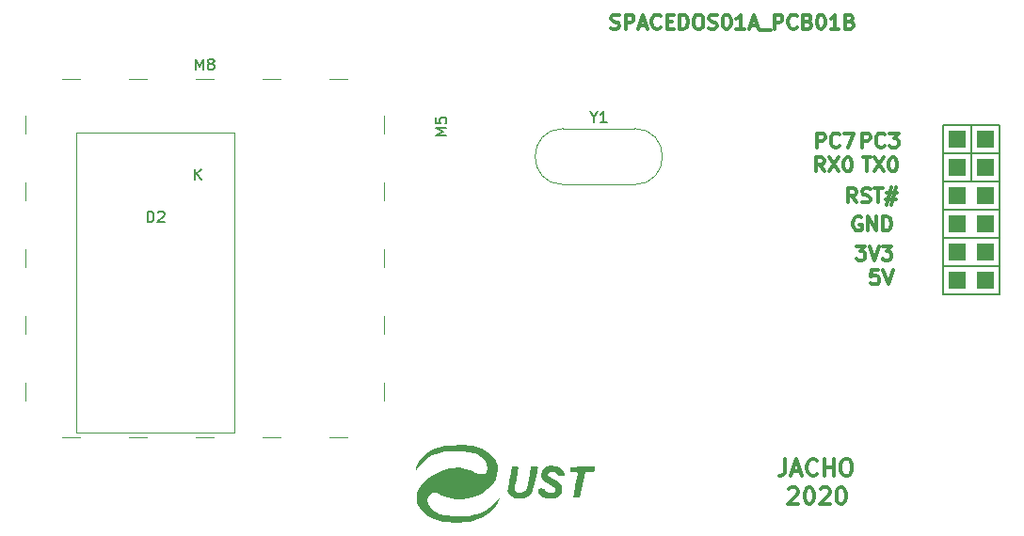
<source format=gbr>
%TF.GenerationSoftware,KiCad,Pcbnew,6.0.4-6f826c9f35~116~ubuntu20.04.1*%
%TF.CreationDate,2022-04-14T19:41:17+00:00*%
%TF.ProjectId,USTSIPIN01,55535453-4950-4494-9e30-312e6b696361,rev?*%
%TF.SameCoordinates,PX6384130PY6d19b00*%
%TF.FileFunction,Legend,Top*%
%TF.FilePolarity,Positive*%
%FSLAX46Y46*%
G04 Gerber Fmt 4.6, Leading zero omitted, Abs format (unit mm)*
G04 Created by KiCad (PCBNEW 6.0.4-6f826c9f35~116~ubuntu20.04.1) date 2022-04-14 19:41:17*
%MOMM*%
%LPD*%
G01*
G04 APERTURE LIST*
%ADD10C,0.300000*%
%ADD11C,0.150000*%
%ADD12C,0.100000*%
%ADD13C,0.120000*%
%ADD14R,1.524000X1.524000*%
G04 APERTURE END LIST*
D10*
X75696809Y30087905D02*
X75263476Y30706953D01*
X74953952Y30087905D02*
X74953952Y31387905D01*
X75449190Y31387905D01*
X75573000Y31326000D01*
X75634904Y31264096D01*
X75696809Y31140286D01*
X75696809Y30954572D01*
X75634904Y30830762D01*
X75573000Y30768858D01*
X75449190Y30706953D01*
X74953952Y30706953D01*
X76192047Y30149810D02*
X76377761Y30087905D01*
X76687285Y30087905D01*
X76811095Y30149810D01*
X76873000Y30211715D01*
X76934904Y30335524D01*
X76934904Y30459334D01*
X76873000Y30583143D01*
X76811095Y30645048D01*
X76687285Y30706953D01*
X76439666Y30768858D01*
X76315857Y30830762D01*
X76253952Y30892667D01*
X76192047Y31016477D01*
X76192047Y31140286D01*
X76253952Y31264096D01*
X76315857Y31326000D01*
X76439666Y31387905D01*
X76749190Y31387905D01*
X76934904Y31326000D01*
X77306333Y31387905D02*
X78049190Y31387905D01*
X77677761Y30087905D02*
X77677761Y31387905D01*
X78420619Y30954572D02*
X79349190Y30954572D01*
X78792047Y31511715D02*
X78420619Y29840286D01*
X79225380Y30397429D02*
X78296809Y30397429D01*
X78853952Y29840286D02*
X79225380Y31511715D01*
X53624904Y45770810D02*
X53810619Y45708905D01*
X54120142Y45708905D01*
X54243952Y45770810D01*
X54305857Y45832715D01*
X54367761Y45956524D01*
X54367761Y46080334D01*
X54305857Y46204143D01*
X54243952Y46266048D01*
X54120142Y46327953D01*
X53872523Y46389858D01*
X53748714Y46451762D01*
X53686809Y46513667D01*
X53624904Y46637477D01*
X53624904Y46761286D01*
X53686809Y46885096D01*
X53748714Y46947000D01*
X53872523Y47008905D01*
X54182047Y47008905D01*
X54367761Y46947000D01*
X54924904Y45708905D02*
X54924904Y47008905D01*
X55420142Y47008905D01*
X55543952Y46947000D01*
X55605857Y46885096D01*
X55667761Y46761286D01*
X55667761Y46575572D01*
X55605857Y46451762D01*
X55543952Y46389858D01*
X55420142Y46327953D01*
X54924904Y46327953D01*
X56163000Y46080334D02*
X56782047Y46080334D01*
X56039190Y45708905D02*
X56472523Y47008905D01*
X56905857Y45708905D01*
X58082047Y45832715D02*
X58020142Y45770810D01*
X57834428Y45708905D01*
X57710619Y45708905D01*
X57524904Y45770810D01*
X57401095Y45894620D01*
X57339190Y46018429D01*
X57277285Y46266048D01*
X57277285Y46451762D01*
X57339190Y46699381D01*
X57401095Y46823191D01*
X57524904Y46947000D01*
X57710619Y47008905D01*
X57834428Y47008905D01*
X58020142Y46947000D01*
X58082047Y46885096D01*
X58639190Y46389858D02*
X59072523Y46389858D01*
X59258238Y45708905D02*
X58639190Y45708905D01*
X58639190Y47008905D01*
X59258238Y47008905D01*
X59815380Y45708905D02*
X59815380Y47008905D01*
X60124904Y47008905D01*
X60310619Y46947000D01*
X60434428Y46823191D01*
X60496333Y46699381D01*
X60558238Y46451762D01*
X60558238Y46266048D01*
X60496333Y46018429D01*
X60434428Y45894620D01*
X60310619Y45770810D01*
X60124904Y45708905D01*
X59815380Y45708905D01*
X61363000Y47008905D02*
X61610619Y47008905D01*
X61734428Y46947000D01*
X61858238Y46823191D01*
X61920142Y46575572D01*
X61920142Y46142239D01*
X61858238Y45894620D01*
X61734428Y45770810D01*
X61610619Y45708905D01*
X61363000Y45708905D01*
X61239190Y45770810D01*
X61115380Y45894620D01*
X61053476Y46142239D01*
X61053476Y46575572D01*
X61115380Y46823191D01*
X61239190Y46947000D01*
X61363000Y47008905D01*
X62415380Y45770810D02*
X62601095Y45708905D01*
X62910619Y45708905D01*
X63034428Y45770810D01*
X63096333Y45832715D01*
X63158238Y45956524D01*
X63158238Y46080334D01*
X63096333Y46204143D01*
X63034428Y46266048D01*
X62910619Y46327953D01*
X62663000Y46389858D01*
X62539190Y46451762D01*
X62477285Y46513667D01*
X62415380Y46637477D01*
X62415380Y46761286D01*
X62477285Y46885096D01*
X62539190Y46947000D01*
X62663000Y47008905D01*
X62972523Y47008905D01*
X63158238Y46947000D01*
X63963000Y47008905D02*
X64086809Y47008905D01*
X64210619Y46947000D01*
X64272523Y46885096D01*
X64334428Y46761286D01*
X64396333Y46513667D01*
X64396333Y46204143D01*
X64334428Y45956524D01*
X64272523Y45832715D01*
X64210619Y45770810D01*
X64086809Y45708905D01*
X63963000Y45708905D01*
X63839190Y45770810D01*
X63777285Y45832715D01*
X63715380Y45956524D01*
X63653476Y46204143D01*
X63653476Y46513667D01*
X63715380Y46761286D01*
X63777285Y46885096D01*
X63839190Y46947000D01*
X63963000Y47008905D01*
X65634428Y45708905D02*
X64891571Y45708905D01*
X65263000Y45708905D02*
X65263000Y47008905D01*
X65139190Y46823191D01*
X65015380Y46699381D01*
X64891571Y46637477D01*
X66129666Y46080334D02*
X66748714Y46080334D01*
X66005857Y45708905D02*
X66439190Y47008905D01*
X66872523Y45708905D01*
X66996333Y45585096D02*
X67986809Y45585096D01*
X68296333Y45708905D02*
X68296333Y47008905D01*
X68791571Y47008905D01*
X68915380Y46947000D01*
X68977285Y46885096D01*
X69039190Y46761286D01*
X69039190Y46575572D01*
X68977285Y46451762D01*
X68915380Y46389858D01*
X68791571Y46327953D01*
X68296333Y46327953D01*
X70339190Y45832715D02*
X70277285Y45770810D01*
X70091571Y45708905D01*
X69967761Y45708905D01*
X69782047Y45770810D01*
X69658238Y45894620D01*
X69596333Y46018429D01*
X69534428Y46266048D01*
X69534428Y46451762D01*
X69596333Y46699381D01*
X69658238Y46823191D01*
X69782047Y46947000D01*
X69967761Y47008905D01*
X70091571Y47008905D01*
X70277285Y46947000D01*
X70339190Y46885096D01*
X71329666Y46389858D02*
X71515380Y46327953D01*
X71577285Y46266048D01*
X71639190Y46142239D01*
X71639190Y45956524D01*
X71577285Y45832715D01*
X71515380Y45770810D01*
X71391571Y45708905D01*
X70896333Y45708905D01*
X70896333Y47008905D01*
X71329666Y47008905D01*
X71453476Y46947000D01*
X71515380Y46885096D01*
X71577285Y46761286D01*
X71577285Y46637477D01*
X71515380Y46513667D01*
X71453476Y46451762D01*
X71329666Y46389858D01*
X70896333Y46389858D01*
X72443952Y47008905D02*
X72567761Y47008905D01*
X72691571Y46947000D01*
X72753476Y46885096D01*
X72815380Y46761286D01*
X72877285Y46513667D01*
X72877285Y46204143D01*
X72815380Y45956524D01*
X72753476Y45832715D01*
X72691571Y45770810D01*
X72567761Y45708905D01*
X72443952Y45708905D01*
X72320142Y45770810D01*
X72258238Y45832715D01*
X72196333Y45956524D01*
X72134428Y46204143D01*
X72134428Y46513667D01*
X72196333Y46761286D01*
X72258238Y46885096D01*
X72320142Y46947000D01*
X72443952Y47008905D01*
X74115380Y45708905D02*
X73372523Y45708905D01*
X73743952Y45708905D02*
X73743952Y47008905D01*
X73620142Y46823191D01*
X73496333Y46699381D01*
X73372523Y46637477D01*
X75105857Y46389858D02*
X75291571Y46327953D01*
X75353476Y46266048D01*
X75415380Y46142239D01*
X75415380Y45956524D01*
X75353476Y45832715D01*
X75291571Y45770810D01*
X75167761Y45708905D01*
X74672523Y45708905D01*
X74672523Y47008905D01*
X75105857Y47008905D01*
X75229666Y46947000D01*
X75291571Y46885096D01*
X75353476Y46761286D01*
X75353476Y46637477D01*
X75291571Y46513667D01*
X75229666Y46451762D01*
X75105857Y46389858D01*
X74672523Y46389858D01*
X76257142Y34181905D02*
X77000000Y34181905D01*
X76628571Y32881905D02*
X76628571Y34181905D01*
X77309523Y34181905D02*
X78176190Y32881905D01*
X78176190Y34181905D02*
X77309523Y32881905D01*
X78919047Y34181905D02*
X79042857Y34181905D01*
X79166666Y34120000D01*
X79228571Y34058096D01*
X79290476Y33934286D01*
X79352380Y33686667D01*
X79352380Y33377143D01*
X79290476Y33129524D01*
X79228571Y33005715D01*
X79166666Y32943810D01*
X79042857Y32881905D01*
X78919047Y32881905D01*
X78795238Y32943810D01*
X78733333Y33005715D01*
X78671428Y33129524D01*
X78609523Y33377143D01*
X78609523Y33686667D01*
X78671428Y33934286D01*
X78733333Y34058096D01*
X78795238Y34120000D01*
X78919047Y34181905D01*
X77668190Y24021905D02*
X77049142Y24021905D01*
X76987238Y23402858D01*
X77049142Y23464762D01*
X77172952Y23526667D01*
X77482476Y23526667D01*
X77606285Y23464762D01*
X77668190Y23402858D01*
X77730095Y23279048D01*
X77730095Y22969524D01*
X77668190Y22845715D01*
X77606285Y22783810D01*
X77482476Y22721905D01*
X77172952Y22721905D01*
X77049142Y22783810D01*
X76987238Y22845715D01*
X78101523Y24021905D02*
X78534857Y22721905D01*
X78968190Y24021905D01*
X72812190Y32881905D02*
X72378857Y33500953D01*
X72069333Y32881905D02*
X72069333Y34181905D01*
X72564571Y34181905D01*
X72688380Y34120000D01*
X72750285Y34058096D01*
X72812190Y33934286D01*
X72812190Y33748572D01*
X72750285Y33624762D01*
X72688380Y33562858D01*
X72564571Y33500953D01*
X72069333Y33500953D01*
X73245523Y34181905D02*
X74112190Y32881905D01*
X74112190Y34181905D02*
X73245523Y32881905D01*
X74855047Y34181905D02*
X74978857Y34181905D01*
X75102666Y34120000D01*
X75164571Y34058096D01*
X75226476Y33934286D01*
X75288380Y33686667D01*
X75288380Y33377143D01*
X75226476Y33129524D01*
X75164571Y33005715D01*
X75102666Y32943810D01*
X74978857Y32881905D01*
X74855047Y32881905D01*
X74731238Y32943810D01*
X74669333Y33005715D01*
X74607428Y33129524D01*
X74545523Y33377143D01*
X74545523Y33686667D01*
X74607428Y33934286D01*
X74669333Y34058096D01*
X74731238Y34120000D01*
X74855047Y34181905D01*
X75687238Y26180905D02*
X76492000Y26180905D01*
X76058666Y25685667D01*
X76244380Y25685667D01*
X76368190Y25623762D01*
X76430095Y25561858D01*
X76492000Y25438048D01*
X76492000Y25128524D01*
X76430095Y25004715D01*
X76368190Y24942810D01*
X76244380Y24880905D01*
X75872952Y24880905D01*
X75749142Y24942810D01*
X75687238Y25004715D01*
X76863428Y26180905D02*
X77296761Y24880905D01*
X77730095Y26180905D01*
X78039619Y26180905D02*
X78844380Y26180905D01*
X78411047Y25685667D01*
X78596761Y25685667D01*
X78720571Y25623762D01*
X78782476Y25561858D01*
X78844380Y25438048D01*
X78844380Y25128524D01*
X78782476Y25004715D01*
X78720571Y24942810D01*
X78596761Y24880905D01*
X78225333Y24880905D01*
X78101523Y24942810D01*
X78039619Y25004715D01*
X76120571Y28786000D02*
X75996761Y28847905D01*
X75811047Y28847905D01*
X75625333Y28786000D01*
X75501523Y28662191D01*
X75439619Y28538381D01*
X75377714Y28290762D01*
X75377714Y28105048D01*
X75439619Y27857429D01*
X75501523Y27733620D01*
X75625333Y27609810D01*
X75811047Y27547905D01*
X75934857Y27547905D01*
X76120571Y27609810D01*
X76182476Y27671715D01*
X76182476Y28105048D01*
X75934857Y28105048D01*
X76739619Y27547905D02*
X76739619Y28847905D01*
X77482476Y27547905D01*
X77482476Y28847905D01*
X78101523Y27547905D02*
X78101523Y28847905D01*
X78411047Y28847905D01*
X78596761Y28786000D01*
X78720571Y28662191D01*
X78782476Y28538381D01*
X78844380Y28290762D01*
X78844380Y28105048D01*
X78782476Y27857429D01*
X78720571Y27733620D01*
X78596761Y27609810D01*
X78411047Y27547905D01*
X78101523Y27547905D01*
X72134428Y35040905D02*
X72134428Y36340905D01*
X72629666Y36340905D01*
X72753476Y36279000D01*
X72815380Y36217096D01*
X72877285Y36093286D01*
X72877285Y35907572D01*
X72815380Y35783762D01*
X72753476Y35721858D01*
X72629666Y35659953D01*
X72134428Y35659953D01*
X74177285Y35164715D02*
X74115380Y35102810D01*
X73929666Y35040905D01*
X73805857Y35040905D01*
X73620142Y35102810D01*
X73496333Y35226620D01*
X73434428Y35350429D01*
X73372523Y35598048D01*
X73372523Y35783762D01*
X73434428Y36031381D01*
X73496333Y36155191D01*
X73620142Y36279000D01*
X73805857Y36340905D01*
X73929666Y36340905D01*
X74115380Y36279000D01*
X74177285Y36217096D01*
X74610619Y36340905D02*
X75477285Y36340905D01*
X74920142Y35040905D01*
X76198428Y35040905D02*
X76198428Y36340905D01*
X76693666Y36340905D01*
X76817476Y36279000D01*
X76879380Y36217096D01*
X76941285Y36093286D01*
X76941285Y35907572D01*
X76879380Y35783762D01*
X76817476Y35721858D01*
X76693666Y35659953D01*
X76198428Y35659953D01*
X78241285Y35164715D02*
X78179380Y35102810D01*
X77993666Y35040905D01*
X77869857Y35040905D01*
X77684142Y35102810D01*
X77560333Y35226620D01*
X77498428Y35350429D01*
X77436523Y35598048D01*
X77436523Y35783762D01*
X77498428Y36031381D01*
X77560333Y36155191D01*
X77684142Y36279000D01*
X77869857Y36340905D01*
X77993666Y36340905D01*
X78179380Y36279000D01*
X78241285Y36217096D01*
X78674619Y36340905D02*
X79479380Y36340905D01*
X79046047Y35845667D01*
X79231761Y35845667D01*
X79355571Y35783762D01*
X79417476Y35721858D01*
X79479380Y35598048D01*
X79479380Y35288524D01*
X79417476Y35164715D01*
X79355571Y35102810D01*
X79231761Y35040905D01*
X78860333Y35040905D01*
X78736523Y35102810D01*
X78674619Y35164715D01*
X69603571Y4303572D02*
X69675000Y4375000D01*
X69817857Y4446429D01*
X70175000Y4446429D01*
X70317857Y4375000D01*
X70389285Y4303572D01*
X70460714Y4160715D01*
X70460714Y4017858D01*
X70389285Y3803572D01*
X69532142Y2946429D01*
X70460714Y2946429D01*
X71389285Y4446429D02*
X71532142Y4446429D01*
X71675000Y4375000D01*
X71746428Y4303572D01*
X71817857Y4160715D01*
X71889285Y3875000D01*
X71889285Y3517858D01*
X71817857Y3232143D01*
X71746428Y3089286D01*
X71675000Y3017858D01*
X71532142Y2946429D01*
X71389285Y2946429D01*
X71246428Y3017858D01*
X71175000Y3089286D01*
X71103571Y3232143D01*
X71032142Y3517858D01*
X71032142Y3875000D01*
X71103571Y4160715D01*
X71175000Y4303572D01*
X71246428Y4375000D01*
X71389285Y4446429D01*
X72460714Y4303572D02*
X72532142Y4375000D01*
X72675000Y4446429D01*
X73032142Y4446429D01*
X73175000Y4375000D01*
X73246428Y4303572D01*
X73317857Y4160715D01*
X73317857Y4017858D01*
X73246428Y3803572D01*
X72389285Y2946429D01*
X73317857Y2946429D01*
X74246428Y4446429D02*
X74389285Y4446429D01*
X74532142Y4375000D01*
X74603571Y4303572D01*
X74675000Y4160715D01*
X74746428Y3875000D01*
X74746428Y3517858D01*
X74675000Y3232143D01*
X74603571Y3089286D01*
X74532142Y3017858D01*
X74389285Y2946429D01*
X74246428Y2946429D01*
X74103571Y3017858D01*
X74032142Y3089286D01*
X73960714Y3232143D01*
X73889285Y3517858D01*
X73889285Y3875000D01*
X73960714Y4160715D01*
X74032142Y4303572D01*
X74103571Y4375000D01*
X74246428Y4446429D01*
X69298000Y6986429D02*
X69298000Y5915000D01*
X69226571Y5700715D01*
X69083714Y5557858D01*
X68869428Y5486429D01*
X68726571Y5486429D01*
X69940857Y5915000D02*
X70655142Y5915000D01*
X69798000Y5486429D02*
X70298000Y6986429D01*
X70798000Y5486429D01*
X72155142Y5629286D02*
X72083714Y5557858D01*
X71869428Y5486429D01*
X71726571Y5486429D01*
X71512285Y5557858D01*
X71369428Y5700715D01*
X71298000Y5843572D01*
X71226571Y6129286D01*
X71226571Y6343572D01*
X71298000Y6629286D01*
X71369428Y6772143D01*
X71512285Y6915000D01*
X71726571Y6986429D01*
X71869428Y6986429D01*
X72083714Y6915000D01*
X72155142Y6843572D01*
X72798000Y5486429D02*
X72798000Y6986429D01*
X72798000Y6272143D02*
X73655142Y6272143D01*
X73655142Y5486429D02*
X73655142Y6986429D01*
X74655142Y6986429D02*
X74940857Y6986429D01*
X75083714Y6915000D01*
X75226571Y6772143D01*
X75298000Y6486429D01*
X75298000Y5986429D01*
X75226571Y5700715D01*
X75083714Y5557858D01*
X74940857Y5486429D01*
X74655142Y5486429D01*
X74512285Y5557858D01*
X74369428Y5700715D01*
X74298000Y5986429D01*
X74298000Y6486429D01*
X74369428Y6772143D01*
X74512285Y6915000D01*
X74655142Y6986429D01*
D11*
%TO.C,D2*%
X11906904Y28305620D02*
X11906904Y29305620D01*
X12145000Y29305620D01*
X12287857Y29258000D01*
X12383095Y29162762D01*
X12430714Y29067524D01*
X12478333Y28877048D01*
X12478333Y28734191D01*
X12430714Y28543715D01*
X12383095Y28448477D01*
X12287857Y28353239D01*
X12145000Y28305620D01*
X11906904Y28305620D01*
X12859285Y29210381D02*
X12906904Y29258000D01*
X13002142Y29305620D01*
X13240238Y29305620D01*
X13335476Y29258000D01*
X13383095Y29210381D01*
X13430714Y29115143D01*
X13430714Y29019905D01*
X13383095Y28877048D01*
X12811666Y28305620D01*
X13430714Y28305620D01*
X16193095Y32115620D02*
X16193095Y33115620D01*
X16764523Y32115620D02*
X16335952Y32687048D01*
X16764523Y33115620D02*
X16193095Y32544191D01*
%TO.C,M5*%
X38823380Y36111477D02*
X37823380Y36111477D01*
X38537666Y36444810D01*
X37823380Y36778143D01*
X38823380Y36778143D01*
X37823380Y37730524D02*
X37823380Y37254334D01*
X38299571Y37206715D01*
X38251952Y37254334D01*
X38204333Y37349572D01*
X38204333Y37587667D01*
X38251952Y37682905D01*
X38299571Y37730524D01*
X38394809Y37778143D01*
X38632904Y37778143D01*
X38728142Y37730524D01*
X38775761Y37682905D01*
X38823380Y37587667D01*
X38823380Y37349572D01*
X38775761Y37254334D01*
X38728142Y37206715D01*
%TO.C,M8*%
X16247476Y42035620D02*
X16247476Y43035620D01*
X16580809Y42321334D01*
X16914142Y43035620D01*
X16914142Y42035620D01*
X17533190Y42607048D02*
X17437952Y42654667D01*
X17390333Y42702286D01*
X17342714Y42797524D01*
X17342714Y42845143D01*
X17390333Y42940381D01*
X17437952Y42988000D01*
X17533190Y43035620D01*
X17723666Y43035620D01*
X17818904Y42988000D01*
X17866523Y42940381D01*
X17914142Y42845143D01*
X17914142Y42797524D01*
X17866523Y42702286D01*
X17818904Y42654667D01*
X17723666Y42607048D01*
X17533190Y42607048D01*
X17437952Y42559429D01*
X17390333Y42511810D01*
X17342714Y42416572D01*
X17342714Y42226096D01*
X17390333Y42130858D01*
X17437952Y42083239D01*
X17533190Y42035620D01*
X17723666Y42035620D01*
X17818904Y42083239D01*
X17866523Y42130858D01*
X17914142Y42226096D01*
X17914142Y42416572D01*
X17866523Y42511810D01*
X17818904Y42559429D01*
X17723666Y42607048D01*
%TO.C,Y1*%
X52040809Y37780810D02*
X52040809Y37304620D01*
X51707476Y38304620D02*
X52040809Y37780810D01*
X52374142Y38304620D01*
X53231285Y37304620D02*
X52659857Y37304620D01*
X52945571Y37304620D02*
X52945571Y38304620D01*
X52850333Y38161762D01*
X52755095Y38066524D01*
X52659857Y38018905D01*
%TO.C,J1*%
X88558000Y24326000D02*
X83478000Y24326000D01*
X88558000Y26866000D02*
X88558000Y24326000D01*
X83478000Y26866000D02*
X88558000Y26866000D01*
X83478000Y24326000D02*
X83478000Y26866000D01*
%TO.C,J2*%
X83478000Y26866000D02*
X83478000Y29406000D01*
X83478000Y29406000D02*
X88558000Y29406000D01*
X88558000Y26866000D02*
X83478000Y26866000D01*
X88558000Y29406000D02*
X88558000Y26866000D01*
%TO.C,J3*%
X83478000Y24326000D02*
X88558000Y24326000D01*
X83478000Y21786000D02*
X83478000Y24326000D01*
X88558000Y24326000D02*
X88558000Y21786000D01*
X88558000Y21786000D02*
X83478000Y21786000D01*
D12*
%TO.C,D2*%
X19745000Y9378000D02*
X19745000Y36378000D01*
X19745000Y9378000D02*
X5545000Y9378000D01*
X5545000Y9378000D02*
X5545000Y36378000D01*
X19745000Y36378000D02*
X5545000Y36378000D01*
D11*
%TO.C,J4*%
X83478000Y37026000D02*
X86018000Y37026000D01*
X86018000Y37026000D02*
X86018000Y34486000D01*
X83478000Y34486000D02*
X83478000Y37026000D01*
X86018000Y34486000D02*
X83478000Y34486000D01*
%TO.C,J5*%
X88558000Y34486000D02*
X86018000Y34486000D01*
X86018000Y37026000D02*
X88558000Y37026000D01*
X88558000Y37026000D02*
X88558000Y34486000D01*
X86018000Y34486000D02*
X86018000Y37026000D01*
%TO.C,J6*%
X83478000Y34486000D02*
X86018000Y34486000D01*
X86018000Y34486000D02*
X86018000Y31946000D01*
X83478000Y31946000D02*
X83478000Y34486000D01*
X86018000Y31946000D02*
X83478000Y31946000D01*
%TO.C,J7*%
X88558000Y31946000D02*
X86018000Y31946000D01*
X86018000Y31946000D02*
X86018000Y34486000D01*
X88558000Y34486000D02*
X88558000Y31946000D01*
X86018000Y34486000D02*
X88558000Y34486000D01*
%TO.C,J19*%
X88558000Y29406000D02*
X83478000Y29406000D01*
X88558000Y31946000D02*
X88558000Y29406000D01*
X83478000Y31946000D02*
X88558000Y31946000D01*
X83478000Y29406000D02*
X83478000Y31946000D01*
D13*
%TO.C,M8*%
X22257000Y41238000D02*
X23857000Y41238000D01*
X33207000Y13888000D02*
X33207000Y12288000D01*
X907000Y19888000D02*
X907000Y18288000D01*
X10257000Y41238000D02*
X11857000Y41238000D01*
X16257000Y8938000D02*
X17857000Y8938000D01*
X907000Y13888000D02*
X907000Y12288000D01*
X33207000Y37888000D02*
X33207000Y36288000D01*
X33207000Y25888000D02*
X33207000Y24288000D01*
X907000Y31888000D02*
X907000Y30288000D01*
X22257000Y8938000D02*
X23857000Y8938000D01*
X28257000Y41238000D02*
X29857000Y41238000D01*
X4257000Y41238000D02*
X5857000Y41238000D01*
X16257000Y41238000D02*
X17857000Y41238000D01*
X33207000Y31888000D02*
X33207000Y30288000D01*
X28257000Y8938000D02*
X29857000Y8938000D01*
X4257000Y8938000D02*
X5857000Y8938000D01*
X907000Y37888000D02*
X907000Y36288000D01*
X907000Y25888000D02*
X907000Y24288000D01*
X33207000Y19888000D02*
X33207000Y18288000D01*
X10257000Y8938000D02*
X11857000Y8938000D01*
%TO.C,Y1*%
X49317000Y36757000D02*
X55717000Y36757000D01*
X49317000Y31707000D02*
X55717000Y31707000D01*
X55717000Y31707000D02*
G75*
G03*
X55717000Y36757000I0J2525000D01*
G01*
X49317000Y36757000D02*
G75*
G03*
X49317000Y31707000I0J-2525000D01*
G01*
%TO.C,G\u002A\u002A\u002A*%
G36*
X48614066Y6363024D02*
G01*
X48849096Y6315014D01*
X48946726Y6277966D01*
X49175113Y6113237D01*
X49349747Y5900836D01*
X49436591Y5685029D01*
X49440597Y5635610D01*
X49421917Y5525430D01*
X49339209Y5478638D01*
X49180111Y5469658D01*
X48958918Y5503267D01*
X48796733Y5625399D01*
X48768565Y5659105D01*
X48585360Y5796626D01*
X48353339Y5852932D01*
X48127492Y5822121D01*
X47998619Y5741728D01*
X47927293Y5625930D01*
X47958195Y5509356D01*
X48101045Y5380636D01*
X48365562Y5228401D01*
X48490199Y5166731D01*
X48826600Y4987180D01*
X49047601Y4818574D01*
X49173740Y4637015D01*
X49225555Y4418607D01*
X49230100Y4305773D01*
X49164679Y3978076D01*
X48974842Y3706850D01*
X48736229Y3538698D01*
X48509290Y3470733D01*
X48205393Y3441903D01*
X47882384Y3452349D01*
X47598110Y3502214D01*
X47502500Y3535674D01*
X47247710Y3708832D01*
X47092320Y3948693D01*
X47054962Y4152121D01*
X47067531Y4276993D01*
X47131820Y4332704D01*
X47287702Y4346768D01*
X47337361Y4347006D01*
X47531536Y4331502D01*
X47635796Y4269235D01*
X47683982Y4178091D01*
X47805062Y4035580D01*
X48004239Y3957172D01*
X48233768Y3944879D01*
X48445898Y4000711D01*
X48592881Y4126681D01*
X48600207Y4139497D01*
X48641926Y4270092D01*
X48602454Y4385412D01*
X48466143Y4502936D01*
X48217345Y4640141D01*
X48102806Y4695103D01*
X47751027Y4881965D01*
X47518631Y5064763D01*
X47386966Y5264738D01*
X47337383Y5503126D01*
X47335625Y5568756D01*
X47392602Y5898251D01*
X47561266Y6144730D01*
X47838219Y6305478D01*
X48220060Y6377776D01*
X48353028Y6381812D01*
X48614066Y6363024D01*
G37*
G36*
X45202448Y6293609D02*
G01*
X45297027Y6243700D01*
X45300818Y6227979D01*
X45287859Y6131787D01*
X45252294Y5925448D01*
X45199089Y5636415D01*
X45133211Y5292137D01*
X45110398Y5175464D01*
X45035955Y4790899D01*
X44988231Y4519869D01*
X44965705Y4338447D01*
X44966857Y4222707D01*
X44990166Y4148723D01*
X45034113Y4092568D01*
X45041143Y4085449D01*
X45221734Y3990530D01*
X45462602Y3965487D01*
X45702828Y4009460D01*
X45857239Y4096986D01*
X45958526Y4224577D01*
X46050618Y4423986D01*
X46138845Y4712462D01*
X46228536Y5107256D01*
X46319245Y5592448D01*
X46444908Y6311647D01*
X46749935Y6311647D01*
X46962822Y6293767D01*
X47051043Y6237758D01*
X47054962Y6216047D01*
X47037971Y6057566D01*
X46992307Y5798483D01*
X46925927Y5473662D01*
X46846791Y5117968D01*
X46762858Y4766265D01*
X46682087Y4453416D01*
X46612436Y4214285D01*
X46573487Y4106979D01*
X46389511Y3802633D01*
X46141528Y3600462D01*
X45808145Y3487727D01*
X45476542Y3453735D01*
X45206834Y3453742D01*
X44976725Y3470405D01*
X44839018Y3499233D01*
X44671575Y3613307D01*
X44503795Y3791092D01*
X44373519Y3985060D01*
X44318592Y4147683D01*
X44318498Y4152954D01*
X44331020Y4272155D01*
X44365426Y4500113D01*
X44416977Y4807803D01*
X44480932Y5166198D01*
X44506689Y5305305D01*
X44694880Y6311647D01*
X44997849Y6311647D01*
X45202448Y6293609D01*
G37*
G36*
X40436873Y8240105D02*
G01*
X40866895Y8218738D01*
X41218894Y8180797D01*
X41406619Y8142326D01*
X42004888Y7918879D01*
X42527110Y7612860D01*
X42954248Y7238113D01*
X43267263Y6808481D01*
X43284376Y6776771D01*
X43411142Y6404665D01*
X43446599Y5975662D01*
X43391816Y5538504D01*
X43248584Y5143318D01*
X42935052Y4680320D01*
X42510506Y4259766D01*
X42002551Y3902250D01*
X41438791Y3628367D01*
X41050849Y3503753D01*
X40318561Y3377737D01*
X39610599Y3376840D01*
X38942228Y3499493D01*
X38328715Y3744129D01*
X38240619Y3792237D01*
X37906058Y3946257D01*
X37637244Y3986011D01*
X37419257Y3912060D01*
X37319182Y3826909D01*
X37151420Y3561134D01*
X37106052Y3265896D01*
X37173596Y2959710D01*
X37344572Y2661091D01*
X37609499Y2388555D01*
X37958895Y2160616D01*
X38232616Y2043088D01*
X38791852Y1898679D01*
X39431734Y1820759D01*
X40109290Y1809395D01*
X40781547Y1864655D01*
X41405536Y1986606D01*
X41582033Y2037830D01*
X42006397Y2193650D01*
X42357473Y2379049D01*
X42679757Y2623337D01*
X43017749Y2955819D01*
X43082709Y3026221D01*
X43281936Y3237184D01*
X43445818Y3397027D01*
X43552485Y3485167D01*
X43580448Y3494632D01*
X43570161Y3418309D01*
X43507766Y3253816D01*
X43408469Y3040277D01*
X43071236Y2519871D01*
X42622016Y2083465D01*
X42061771Y1731784D01*
X41391466Y1465554D01*
X41266288Y1428747D01*
X40913033Y1357538D01*
X40464915Y1308303D01*
X39961813Y1281485D01*
X39443609Y1277527D01*
X38950181Y1296874D01*
X38521409Y1339968D01*
X38239480Y1395087D01*
X37648489Y1593107D01*
X37166738Y1843565D01*
X36768676Y2159852D01*
X36755479Y2172738D01*
X36408252Y2593307D01*
X36199657Y3035433D01*
X36129792Y3498277D01*
X36198756Y3981003D01*
X36406648Y4482772D01*
X36470461Y4594668D01*
X36718035Y4904231D01*
X37078417Y5213019D01*
X37524798Y5506089D01*
X38030372Y5768499D01*
X38568331Y5985307D01*
X39111868Y6141572D01*
X39319940Y6182941D01*
X39953504Y6222071D01*
X40586011Y6121559D01*
X41219368Y5881088D01*
X41266288Y5857740D01*
X41675743Y5685813D01*
X42006078Y5622517D01*
X42254050Y5667016D01*
X42416418Y5818472D01*
X42489940Y6076048D01*
X42494188Y6174800D01*
X42427107Y6548399D01*
X42237955Y6901521D01*
X41944874Y7207840D01*
X41649542Y7400590D01*
X41292895Y7535999D01*
X40834578Y7636635D01*
X40309356Y7700556D01*
X39751995Y7725821D01*
X39197261Y7710487D01*
X38679921Y7652612D01*
X38354409Y7584641D01*
X37890865Y7451625D01*
X37529138Y7314847D01*
X37231738Y7153648D01*
X36961171Y6947367D01*
X36679947Y6675343D01*
X36652890Y6646990D01*
X36450986Y6428749D01*
X36291946Y6246126D01*
X36196859Y6123942D01*
X36179271Y6089617D01*
X36125548Y6032620D01*
X36109105Y6030984D01*
X36041227Y6082351D01*
X36060748Y6228733D01*
X36163795Y6458551D01*
X36346497Y6760225D01*
X36359517Y6779774D01*
X36516776Y7005098D01*
X36651472Y7180619D01*
X36740331Y7276530D01*
X36754200Y7285196D01*
X36856616Y7351490D01*
X36962033Y7445237D01*
X37153420Y7589842D01*
X37441165Y7750961D01*
X37785825Y7909733D01*
X38147958Y8047298D01*
X38354409Y8111035D01*
X38643981Y8167094D01*
X39032384Y8208394D01*
X39484247Y8234571D01*
X39964200Y8245262D01*
X40436873Y8240105D01*
G37*
G36*
X52164100Y6085413D02*
G01*
X52146441Y5958930D01*
X52101503Y5888380D01*
X51994911Y5854698D01*
X51792292Y5838824D01*
X51712388Y5834912D01*
X51282797Y5814255D01*
X50824785Y3505017D01*
X50518603Y3505017D01*
X50333555Y3509956D01*
X50224646Y3522412D01*
X50212420Y3529153D01*
X50225613Y3602677D01*
X50261968Y3789298D01*
X50316653Y4064601D01*
X50384837Y4404170D01*
X50422917Y4592586D01*
X50496587Y4962312D01*
X50559004Y5286996D01*
X50605230Y5540036D01*
X50630325Y5694832D01*
X50633415Y5726185D01*
X50581485Y5787739D01*
X50415335Y5816825D01*
X50278140Y5820486D01*
X49922866Y5820486D01*
X49966840Y6276564D01*
X51076531Y6295910D01*
X52186221Y6315257D01*
X52164100Y6085413D01*
G37*
%TD*%
D14*
%TO.C,J1*%
X84748000Y25596000D03*
X87288000Y25596000D03*
%TD*%
%TO.C,J2*%
X84748000Y28136000D03*
X87288000Y28136000D03*
%TD*%
%TO.C,J3*%
X84748000Y23056000D03*
X87288000Y23056000D03*
%TD*%
%TO.C,J4*%
X84748000Y35756000D03*
%TD*%
%TO.C,J5*%
X87288000Y35756000D03*
%TD*%
%TO.C,J6*%
X84748000Y33216000D03*
%TD*%
%TO.C,J7*%
X87288000Y33216000D03*
%TD*%
%TO.C,J19*%
X84748000Y30676000D03*
X87288000Y30676000D03*
%TD*%
M02*

</source>
